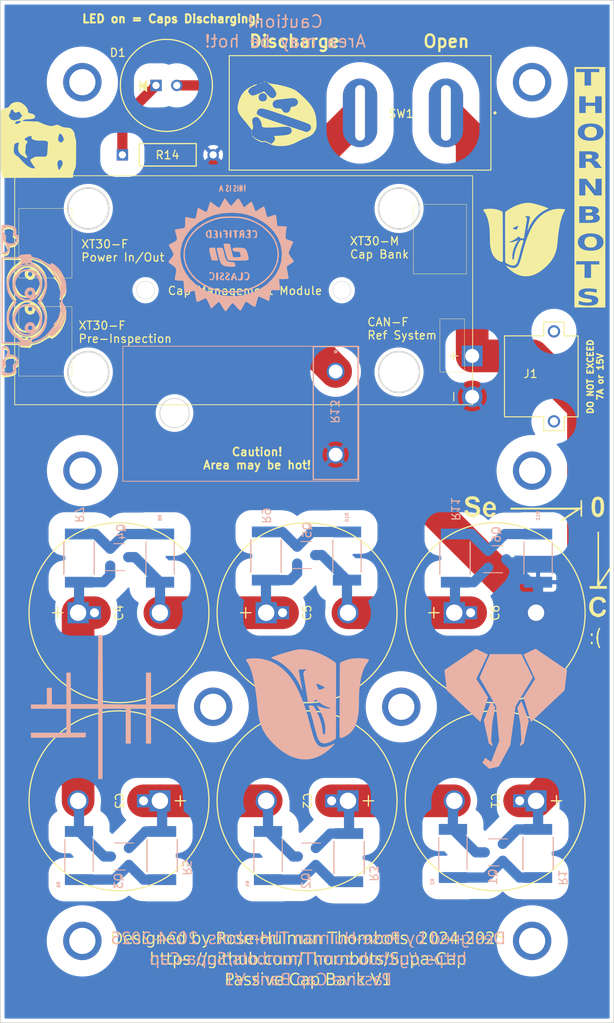
<source format=kicad_pcb>
(kicad_pcb (version 20240108) (generator "pcbnew") (generator_version "8.0")
  (title_block (title "Supercapacitor Bank v1") (rev "1.0") (company "Rose-Hulman Institute of Technology") (comment 1 "1/26/2025 Initial Release"))
  (layers (0 "F.Cu" signal) (31 "B.Cu" signal) (34 "B.Paste" user) (35 "F.Paste" user) (36 "B.SilkS" user "B.Silkscreen") (37 "F.SilkS" user "F.Silkscreen") (38 "B.Mask" user) (39 "F.Mask" user) (44 "Edge.Cuts" user))
  (net 0 "")
  (net 1 "V_15")
  (net 2 "Net-(C1--)")
  (net 3 "Net-(C2--)")
  (net 4 "Net-(C3--)")
  (net 5 "Net-(C4--)")
  (net 6 "Net-(C5--)")
  (net 7 "GND")
  (net 8 "Net-(D1-K)")
  (net 9 "Net-(D1-A)")
  (net 10 "Net-(Q1-B)")
  (net 11 "Net-(Q2-B)")
  (net 12 "Net-(Q3-B)")
  (net 13 "Net-(Q4-B)")
  (net 14 "Net-(Q5-B)")
  (net 15 "Net-(Q6-B)")
  (footprint "PassiveBankV1:MountingHole_3.2mm_M3" (layer "F.Cu") (at 60 60)
    (property "Reference" "REF**" (hide yes))
    (property "Value" "MountingHole_3.2mm_M3" (hide yes))
    (pad "" np_thru_hole circle (at 0.02 0) (size 4.7 4.7) (drill 3.2) (layers "F&B.Cu" "*.Mask") (clearance 2))
  )
  (footprint "PassiveBankV1:MountingHole_3.2mm_M3" (layer "F.Cu") (at 115 60)
    (property "Reference" "REF**" (hide yes))
    (property "Value" "MountingHole_3.2mm_M3" (hide yes))
    (pad "" np_thru_hole circle (at 0.02 0) (size 4.7 4.7) (drill 3.2) (layers "F&B.Cu" "*.Mask") (clearance 2))
  )
  (footprint "PassiveBankV1:100F Kyocera Cap" (layer "F.Cu") (at 110.5 147.872041 180)
    (property "Reference" "C1" (at 0 0 -90) (layer "F.SilkS"))
    (property "Value" "100F")
    (pad "1" thru_hole rect (at -5 0 180) (size 2.6002 2.6002) (drill 2) (layers "*.Cu" "*.Mask") (net 1 "V_15"))
    (pad "1" thru_hole rect (at -3 0 180) (size 1.6002 1.6002) (drill 1.0922) (layers "*.Cu" "*.Mask") (net 1 "V_15"))
    (pad "2" thru_hole circle (at 5 0 180) (size 2.6002 2.6002) (drill 2) (layers "*.Cu" "*.Mask") (net 2 "Net-(C1--)"))
  )
  (footprint "PassiveBankV1:680 Resistor" (layer "F.Cu") (at 70.358 68.834)
    (property "Reference" "R14" (at 0.0668 0.0775 0) (layer "F.SilkS"))
    (property "Value" "680")
    (pad "1" thru_hole rect (at -5.44437 0.0475) (size 1.397 1.397) (drill 0.889) (layers "*.Cu" "*.Mask") (net 8 "Net-(D1-K)"))
    (pad "2" thru_hole circle (at 5.65797 0.0475) (size 1.397 1.397) (drill 0.889) (layers "*.Cu" "*.Mask") (net 7 "GND"))
  )
  (footprint "PassiveBankV1:100F Kyocera Cap" (layer "F.Cu") (at 87.5 124.872041)
    (property "Reference" "C5" (at 0 0 90) (layer "F.SilkS"))
    (property "Value" "100F")
    (pad "1" thru_hole rect (at -5 0) (size 2.6002 2.6002) (drill 2) (layers "*.Cu" "*.Mask") (net 5 "Net-(C4--)"))
    (pad "1" thru_hole rect (at -3 0) (size 1.6002 1.6002) (drill 1.0922) (layers "*.Cu" "*.Mask") (net 5 "Net-(C4--)"))
    (pad "2" thru_hole circle (at 5 0) (size 2.6002 2.6002) (drill 2) (layers "*.Cu" "*.Mask") (net 6 "Net-(C5--)"))
  )
  (footprint "PassiveBankV1:100F Kyocera Cap" (layer "F.Cu") (at 64.5 147.872041 180)
    (property "Reference" "C3" (at 0 0 -90) (layer "F.SilkS"))
    (property "Value" "100F")
    (pad "1" thru_hole rect (at -5 0 180) (size 2.6002 2.6002) (drill 2) (layers "*.Cu" "*.Mask") (net 3 "Net-(C2--)"))
    (pad "1" thru_hole rect (at -3 0 180) (size 1.6002 1.6002) (drill 1.0922) (layers "*.Cu" "*.Mask") (net 3 "Net-(C2--)"))
    (pad "2" thru_hole circle (at 5 0 180) (size 2.6002 2.6002) (drill 2) (layers "*.Cu" "*.Mask") (net 4 "Net-(C3--)"))
  )
  (footprint "PassiveBankV1:10mm LED" (layer "F.Cu") (at 70.358 60.452)
    (property "Reference" "D1" (at -6.001012 -4.061012 0) (layer "F.SilkS"))
    (property "Value" "10mm_LED")
    (pad "1" thru_hole rect (at -1.331012 -0.061012) (size 1.397 1.397) (drill 0.889) (layers "*.Cu" "*.Mask") (net 8 "Net-(D1-K)"))
    (pad "2" thru_hole circle (at 1.208988 -0.061012) (size 1.397 1.397) (drill 0.889) (layers "*.Cu" "*.Mask") (net 9 "Net-(D1-A)"))
  )
  (footprint "PassiveBankV1:100F Kyocera Cap" (layer "F.Cu") (at 87.5 147.872041 180)
    (property "Reference" "C2" (at 0 0 -90) (layer "F.SilkS"))
    (property "Value" "100F")
    (pad "1" thru_hole rect (at -5 0 180) (size 2.6002 2.6002) (drill 2) (layers "*.Cu" "*.Mask") (net 2 "Net-(C1--)"))
    (pad "1" thru_hole rect (at -3 0 180) (size 1.6002 1.6002) (drill 1.0922) (layers "*.Cu" "*.Mask") (net 2 "Net-(C1--)"))
    (pad "2" thru_hole circle (at 5 0 180) (size 2.6002 2.6002) (drill 2) (layers "*.Cu" "*.Mask") (net 3 "Net-(C2--)"))
  )
  (footprint "PassiveBankV1:100F Kyocera Cap" (layer "F.Cu") (at 64.5 124.872041)
    (property "Reference" "C4" (at 0 0 90) (layer "F.SilkS"))
    (property "Value" "100F")
    (pad "1" thru_hole rect (at -5 0) (size 2.6002 2.6002) (drill 2) (layers "*.Cu" "*.Mask") (net 4 "Net-(C3--)"))
    (pad "1" thru_hole rect (at -3 0) (size 1.6002 1.6002) (drill 1.0922) (layers "*.Cu" "*.Mask") (net 4 "Net-(C3--)"))
    (pad "2" thru_hole circle (at 5 0) (size 2.6002 2.6002) (drill 2) (layers "*.Cu" "*.Mask") (net 5 "Net-(C4--)"))
  )
  (footprint "PassiveBankV1:MountingHole_3.2mm_M3" (layer "F.Cu") (at 115 165)
    (property "Reference" "REF**" (hide yes))
    (property "Value" "MountingHole_3.2mm_M3" (hide yes))
    (pad "" np_thru_hole circle (at 0.02 0) (size 4.7 4.7) (drill 3.2) (layers "F&B.Cu" "*.Mask") (clearance 2))
  )
  (footprint "PassiveBankV1:MountingHole_3.2mm_M3" (layer "F.Cu") (at 76 136.372041)
    (property "Reference" "REF**" (hide yes))
    (property "Value" "MountingHole_3.2mm_M3" (hide yes))
    (pad "" np_thru_hole circle (at 0.02 0) (size 4.7 4.7) (drill 3.2) (layers "F&B.Cu" "*.Mask") (clearance 2))
  )
  (footprint "PassiveBankV1:SW_RB141C1100" (layer "F.Cu") (at 93.98 63.754)
    (property "Reference" "SW1" (at 5.0136 0.1016 0) (layer "F.SilkS"))
    (property "Value" "SW_Push_Open")
    (pad "1" thru_hole oval (at 10.5 0) (size 4.2 8.4) (drill oval 1.2 6.8) (layers "*.Cu" "*.Mask") (net 1 "V_15"))
    (pad "2" thru_hole oval (at 0 0) (size 4.2 8.4) (drill oval 1.2 6.8) (layers "*.Cu" "*.Mask") (net 9 "Net-(D1-A)"))
  )
  (footprint "PassiveBankV1:100F Kyocera Cap" (layer "F.Cu") (at 110.5 124.872041)
    (property "Reference" "C6" (at 0 0 90) (layer "F.SilkS"))
    (property "Value" "100F")
    (pad "1" thru_hole rect (at -5 0) (size 2.6002 2.6002) (drill 2) (layers "*.Cu" "*.Mask") (net 6 "Net-(C5--)"))
    (pad "1" thru_hole rect (at -3 0) (size 1.6002 1.6002) (drill 1.0922) (layers "*.Cu" "*.Mask") (net 6 "Net-(C5--)"))
    (pad "2" thru_hole circle (at 5 0) (size 2.6002 2.6002) (drill 2) (layers "*.Cu" "*.Mask") (net 7 "GND"))
  )
  (footprint "PassiveBankV1:XT30PW-M" (layer "F.Cu") (at 117.69 95.97 -90)
    (property "Reference" "J1" (at -0.3124 2.8566 0) (layer "F.SilkS"))
    (property "Value" "XT30-Male")
    (pad "N" thru_hole circle (at 2.5 10 270) (size 2.55 2.55) (drill 1.7) (layers "*.Cu" "*.Mask") (net 7 "GND"))
    (pad "P" thru_hole rect (at -2.5 10 270) (size 2.55 2.55) (drill 1.7) (layers "*.Cu" "*.Mask") (net 1 "V_15"))
    (pad "S1" thru_hole circle (at 5.5 0 270) (size 1.508 1.508) (drill 1) (layers "*.Cu" "*.Mask"))
    (pad "S2" thru_hole circle (at -5.5 0 270) (size 1.508 1.508) (drill 1) (layers "*.Cu" "*.Mask"))
  )
  (footprint "PassiveBankV1:MountingHole_3.2mm_M3" (layer "F.Cu") (at 115 107.5)
    (property "Reference" "REF**" (hide yes))
    (property "Value" "MountingHole_3.2mm_M3" (hide yes))
    (pad "" np_thru_hole circle (at 0.02 0) (size 4.7 4.7) (drill 3.2) (layers "F&B.Cu" "*.Mask") (clearance 2))
  )
  (footprint "PassiveBankV1:MountingHole_3.2mm_M3" (layer "F.Cu") (at 60.02 107.5)
    (property "Reference" "REF**" (hide yes))
    (property "Value" "MountingHole_3.2mm_M3" (hide yes))
    (pad "" np_thru_hole circle (at 0.02 0) (size 4.7 4.7) (drill 3.2) (layers "F&B.Cu" "*.Mask") (clearance 2))
  )
  (footprint "PassiveBankV1:10mm RM Logo" (layer "F.Cu") (at 114.046 79.248)
    (property "Reference" "G***" (hide yes))
    (property "Value" "LOGO" (hide yes))
  )
  (footprint "LOGO" (layer "F.Cu") (at 54.711781 66.700456 -90)
    (property "Reference" "G***" (hide yes))
    (property "Value" "LOGO" (hide yes))
  )
  (footprint "LOGO" (layer "F.Cu") (at 83.82 63.754)
    (property "Reference" "G***" (hide yes))
    (property "Value" "LOGO" (hide yes))
  )
  (footprint "PassiveBankV1:MountingHole_3.2mm_M3" (layer "F.Cu") (at 60 165)
    (property "Reference" "REF**" (hide yes))
    (property "Value" "MountingHole_3.2mm_M3" (hide yes))
    (pad "" np_thru_hole circle (at 0.02 0) (size 4.7 4.7) (drill 3.2) (layers "F&B.Cu" "*.Mask") (clearance 2))
  )
  (footprint "LOGO" (layer "F.Cu") (at 116.078 119.634)
    (property "Reference" "G***" (hide yes))
    (property "Value" "LOGO" (hide yes))
  )
  (footprint "PassiveBankV1:MountingHole_3.2mm_M3" (layer "F.Cu") (at 99 136.372041)
    (property "Reference" "REF**" (hide yes))
    (property "Value" "MountingHole_3.2mm_M3" (hide yes))
    (pad "" np_thru_hole circle (at 0.02 0) (size 4.7 4.7) (drill 3.2) (layers "F&B.Cu" "*.Mask") (clearance 2))
  )
  (footprint "LOGO" (layer "F.Cu") (at 53.360779 86.756868 -90)
    (property "Reference" "G***" (hide yes))
    (property "Value" "LOGO" (hide yes))
  )
  (footprint "PassiveBankV1:NPN BJT" (layer "B.Cu") (at 64.4606 154.680241 180)
    (property "Reference" "Q3" (at 0 -3 90) (layer "B.SilkS") (effects (justify mirror)))
    (property "Value" "BC817-40" (hide yes))
    (pad "1" smd roundrect (at -1.25 1.03 180) (size 1 0.6) (layers "B.Cu" "B.Paste" "B.Mask") (net 3 "Net-(C2--)"))
    (pad "2" smd roundrect (at -1.25 -1.03 180) (size 1 0.6) (layers "B.Cu" "B.Paste" "B.Mask") (net 12 "Net-(Q3-B)"))
    (pad "3" smd roundrect (at 0.95 0 180) (size 1 0.6) (layers "B.Cu" "B.Paste" "B.Mask") (net 4 "Net-(C3--)"))
  )
  (footprint "PassiveBankV1:NPN BJT" (layer "B.Cu") (at 87.5346 117.822241)
    (property "Reference" "Q5" (at -0.0152 -3.048 90) (layer "B.SilkS") (effects (justify mirror)))
    (property "Value" "BC817-40" (hide yes))
    (pad "1" smd roundrect (at -1.25 1.03) (size 1 0.6) (layers "B.Cu" "B.Paste" "B.Mask") (net 5 "Net-(C4--)"))
    (pad "2" smd roundrect (at -1.25 -1.03) (size 1 0.6) (layers "B.Cu" "B.Paste" "B.Mask") (net 14 "Net-(Q5-B)"))
    (pad "3" smd roundrect (at 0.95 0) (size 1 0.6) (layers "B.Cu" "B.Paste" "B.Mask") (net 6 "Net-(C5--)"))
  )
  (footprint "PassiveBankV1:20kResistor" (layer "B.Cu") (at 82.4746 117.937841 90)
    (property "Reference" "R9" (at 4.9276 0 -90) (layer "B.SilkS") (effects (justify mirror)))
    (property "Value" "20k")
    (pad "1" smd rect (at -2.9464 0 90) (size 1.3208 3.4544) (layers "B.Cu" "B.Paste" "B.Mask") (net 5 "Net-(C4--)"))
    (pad "2" smd rect (at 2.9464 0 90) (size 1.3208 3.4544) (layers "B.Cu" "B.Paste" "B.Mask") (net 14 "Net-(Q5-B)"))
    (zone (net 0) (net_name "") (layer "B.Cu") (connect_pads (clearance 0)) (min_thickness 0.254)
      (keepout (tracks not_allowed) (vias not_allowed) (pads allowed) (copperpour not_allowed) (footprints allowed))
      (fill (thermal_gap 0.508) (thermal_bridge_width 0.508))
      (polygon (pts (xy 84.151 120.173041) (xy 84.151 115.702641) (xy 80.7982 115.702641) (xy 80.7982 120.173041)))
    )
  )
  (footprint "LOGO" (layer "B.Cu") (at 87.56 136.09 180)
    (property "Reference" "G***" (hide yes))
    (property "Value" "LOGO" (hide yes))
  )
  (footprint "PassiveBankV1:20kResistor" (layer "B.Cu") (at 69.7746 154.564641 -90)
    (property "Reference" "R5" (at 1.47 -3 -90) (layer "B.SilkS") (effects (justify mirror)))
    (property "Value" "20k")
    (pad "1" smd rect (at -2.9464 0 270) (size 1.3208 3.4544) (layers "B.Cu" "B.Paste" "B.Mask") (net 3 "Net-(C2--)"))
    (pad "2" smd rect (at 2.9464 0 270) (size 1.3208 3.4544) (layers "B.Cu" "B.Paste" "B.Mask") (net 12 "Net-(Q3-B)"))
    (zone (net 0) (net_name "") (layer "B.Cu") (connect_pads (clearance 0)) (min_thickness 0.254)
      (keepout (tracks not_allowed) (vias not_allowed) (pads allowed) (copperpour not_allowed) (footprints allowed))
      (fill (thermal_gap 0.508) (thermal_bridge_width 0.508))
      (polygon (pts (xy 68.0982 152.329441) (xy 68.0982 156.799841) (xy 71.451 156.799841) (xy 71.451 152.329441)))
    )
  )
  (footprint "LOGO" (layer "B.Cu") (at 62.23 136.398 180)
    (property "Reference" "G***" (hide yes))
    (property "Value" "LOGO" (hide yes))
  )
  (footprint "LOGO" (layer "B.Cu") (at 77.957742 80.731122 180)
    (property "Reference" "G***" (hide yes))
    (property "Value" "LOGO" (hide yes))
  )
  (footprint "PassiveBankV1:20kResistor" (layer "B.Cu") (at 115.7486 154.310641 -90)
    (property "Reference" "R1" (at 2.9464 -3 -90) (layer "B.SilkS") (effects (justify mirror)))
    (property "Value" "20k")
    (pad "1" smd rect (at -2.9464 0 270) (size 1.3208 3.4544) (layers "B.Cu" "B.Paste" "B.Mask") (net 1 "V_15"))
    (pad "2" smd rect (at 2.9464 0 270) (size 1.3208 3.4544) (layers "B.Cu" "B.Paste" "B.Mask") (net 10 "Net-(Q1-B)"))
    (zone (net 0) (net_name "") (layer "B.Cu") (connect_pads (clearance 0)) (min_thickness 0.254)
      (keepout (tracks not_allowed) (vias not_allowed) (pads allowed) (copperpour not_allowed) (footprints allowed))
      (fill (thermal_gap 0.508) (thermal_bridge_width 0.508))
      (polygon (pts (xy 114.0722 152.075441) (xy 114.0722 156.545841) (xy 117.425 156.545841) (xy 117.425 152.075441)))
    )
  )
  (footprint "PassiveBankV1:20kResistor" (layer "B.Cu") (at 105.5886 118.191841 90)
    (property "Reference" "R11" (at 5.9992 0.0508 -90) (layer "B.SilkS") (effects (justify mirror)))
    (property "Value" "20k")
    (pad "1" smd rect (at -2.9464 0 90) (size 1.3208 3.4544) (layers "B.Cu" "B.Paste" "B.Mask") (net 6 "Net-(C5--)"))
    (pad "2" smd rect (at 2.9464 0 90) (size 1.3208 3.4544) (layers "B.Cu" "B.Paste" "B.Mask") (net 15 "Net-(Q6-B)"))
    (zone (net 0) (net_name "") (layer "B.Cu") (connect_pads (clearance 0)) (min_thickness 0.254)
      (keepout (tracks not_allowed) (vias not_allowed) (pads allowed) (copperpour not_allowed) (footprints allowed))
      (fill (thermal_gap 0.508) (thermal_bridge_width 0.508))
      (polygon (pts (xy 107.265 120.427041) (xy 107.265 115.956641) (xy 103.9122 115.956641) (xy 103.9122 120.427041)))
    )
  )
  (footprint "PassiveBankV1:787Resistor" (layer "B.Cu") (at 92.3806 117.940241 -90)
    (property "Reference" "R10" (at -4.722 0 90) (layer "B.SilkS") (effects (font (size 0.393701 0.393701)) (justify mirror)))
    (property "Value" "7.87k")
    (pad "1" smd rect (at -2.944 0 270) (size 1.33 3.46) (layers "B.Cu" "B.Paste" "B.Mask") (net 14 "Net-(Q5-B)"))
    (pad "2" smd rect (at 2.944 0 270) (size 1.33 3.46) (layers "B.Cu" "B.Paste" "B.Mask") (net 6 "Net-(C5--)"))
  )
  (footprint "PassiveBankV1:NPN BJT" (layer "B.Cu") (at 110.9026 118.330241)
    (property "Reference" "Q6" (at -0.25 -3.03 90) (layer "B.SilkS") (effects (justify mirror)))
    (property "Value" "BC817-40" (hide yes))
    (pad "1" smd roundrect (at -1.25 1.03) (size 1 0.6) (layers "B.Cu" "B.Paste" "B.Mask") (net 6 "Net-(C5--)"))
    (pad "2" smd roundrect (at -1.25 -1.03) (size 1 0.6) (layers "B.Cu" "B.Paste" "B.Mask") (net 15 "Net-(Q6-B)"))
    (pad "3" smd roundrect (at 0.95 0) (size 1 0.6) (layers "B.Cu" "B.Paste" "B.Mask") (net 7 "GND"))
  )
  (footprint "PassiveBankV1:NPN BJT" (layer "B.Cu") (at 64.6746 118.076241)
    (property "Reference" "Q4" (at 0.0864 -3.1036 90) (layer "B.SilkS") (effects (justify mirror)))
    (property "Value" "BC817-40" (hide yes))
    (pad "1" smd roundrect (at -1.25 1.03) (size 1 0.6) (layers "B.Cu" "B.Paste" "B.Mask") (net 4 "Net-(C3--)"))
    (pad "2" smd roundrect (at -1.25 -1.03) (size 1 0.6) (layers "B.Cu" "B.Paste" "B.Mask") (net 13 "Net-(Q4-B)"))
    (pad "3" smd roundrect (at 0.95 0) (size 1 0.6) (layers "B.Cu" "B.Paste" "B.Mask") (net 5 "Net-(C4--)"))
  )
  (footprint "PassiveBankV1:NPN BJT" (layer "B.Cu") (at 87.3206 154.680241 180)
    (property "Reference" "Q2" (at -0.057199 -2.97 90) (layer "B.SilkS") (effects (justify mirror)))
    (property "Value" "BC817-40" (hide yes))
    (pad "1" smd roundrect (at -1.25 1.03 180) (size 1 0.6) (layers "B.Cu" "B.Paste" "B.Mask") (net 2 "Net-(C1--)"))
    (pad "2" smd roundrect (at -1.25 -1.03 180) (size 1 0.6) (layers "B.Cu" "B.Paste" "B.Mask") (net 11 "Net-(Q2-B)"))
    (pad "3" smd roundrect (at 0.95 0 180) (size 1 0.6) (layers "B.Cu" "B.Paste" "B.Mask") (net 3 "Net-(C2--)"))
  )
  (footprint "LOGO" (layer "B.Cu") (at 53.360779 86.756868 90)
    (property "Reference" "G***" (hide yes))
    (property "Value" "LOGO" (hide yes))
  )
  (footprint "PassiveBankV1:20kResistor" (layer "B.Cu") (at 92.6346 154.818641 -90)
    (property "Reference" "R3" (at 1.9464 -3 -90) (layer "B.SilkS") (effects (justify mirror)))
    (property "Value" "20k")
    (pad "1" smd rect (at -2.9464 0 270) (size 1.3208 3.4544) (layers "B.Cu" "B.Paste" "B.Mask") (net 2 "Net-(C1--)"))
    (pad "2" smd rect (at 2.9464 0 270) (size 1.3208 3.4544) (layers "B.Cu" "B.Paste" "B.Mask") (net 11 "Net-(Q2-B)"))
    (zone (net 0) (net_name "") (layer "B.Cu") (connect_pads (clearance 0)) (min_thickness 0.254)
      (keepout (tracks not_allowed) (vias not_allowed) (pads allowed) (copperpour not_allowed) (footprints allowed))
      (fill (thermal_gap 0.508) (thermal_bridge_width 0.508))
      (polygon (pts (xy 90.9582 152.583441) (xy 90.9582 157.053841) (xy 94.311 157.053841) (xy 94.311 152.583441)))
    )
  )
  (footprint "PassiveBankV1:787Resistor" (layer "B.Cu") (at 69.5206 118.194241 -90)
    (property "Reference" "R8" (at -4.93 0 90) (layer "B.SilkS") (effects (font (size 0.393701 0.393701)) (justify mirror)))
    (property "Value" "7.87k")
    (pad "1" smd rect (at -2.944 0 270) (size 1.33 3.46) (layers "B.Cu" "B.Paste" "B.Mask") (net 13 "Net-(Q4-B)"))
    (pad "2" smd rect (at 2.944 0 270) (size 1.33 3.46) (layers "B.Cu" "B.Paste" "B.Mask") (net 5 "Net-(C4--)"))
  )
  (footprint "PassiveBankV1:100Watt2" (layer "B.Cu") (at 90.992 100.456 -90)
    (property "Reference" "R13" (at -0.17 0.12 -90) (layer "B.SilkS") (effects (justify mirror)))
    (property "Value" "2 : 100Watt" (hide yes))
    (pad "1" thru_hole circle (at -5.081 0 270) (size 2.1844 2.1844) (drill 1.6764) (layers "*.Cu" "*.Mask") (net 9 "Net-(D1-A)"))
    (pad "3" thru_hole circle (at 5.079 0 270) (size 2.1844 2.1844) (drill 1.6764) (layers "*.Cu" "*.Mask") (net 7 "GND"))
  )
  (footprint "PassiveBankV1:787Resistor" (layer "B.Cu") (at 115.7486 118.194241 -90)
    (property "Reference" "R12" (at -5.184 0 90) (layer "B.SilkS") (effects (font (size 0.393701 0.393701)) (justify mirror)))
    (property "Value" "7.87k")
    (pad "1" smd rect (at -2.944 0 270) (size 1.33 3.46) (layers "B.Cu" "B.Paste" "B.Mask") (net 15 "Net-(Q6-B)"))
    (pad "2" smd rect (at 2.944 0 270) (size 1.33 3.46) (layers "B.Cu" "B.Paste" "B.Mask") (net 7 "GND"))
  )
  (footprint "PassiveBankV1:20kResistor" (layer "B.Cu") (at 59.6146 118.191841 90)
    (property "Reference" "R7" (at 5.288 0 -90) (layer "B.SilkS") (effects (justify mirror)))
    (property "Value" "20k")
    (pad "1" smd rect (at -2.9464 0 90) (size 1.3208 3.4544) (layers "B.Cu" "B.Paste" "B.Mask") (net 4 "Net-(C3--)"))
    (pad "2" smd rect (at 2.9464 0 90) (size 1.3208 3.4544) (layers "B.Cu" "B.Paste" "B.Mask") (net 13 "Net-(Q4-B)"))
    (zone (net 0) (net_name "") (layer "B.Cu") (connect_pads (clearance 0)) (min_thickness 0.254)
      (keepout (tracks not_allowed) (vias not_allowed) (pads allowed) (copperpour not_allowed) (footprints allowed))
      (fill (thermal_gap 0.508) (thermal_bridge_width 0.508))
      (polygon (pts (xy 61.291 120.427041) (xy 61.291 115.956641) (xy 57.9382 115.956641) (xy 57.9382 120.427041)))
    )
  )
  (footprint "LOGO" (layer "B.Cu") (at 111.79 136.62 180)
    (property "Reference" "G***" (hide yes))
    (property "Value" "LOGO" (hide yes))
  )
  (footprint "PassiveBankV1:787Resistor" (layer "B.Cu") (at 105.3346 154.308241 90)
    (property "Reference" "R2" (at -3.444 -2.500001 90) (layer "B.SilkS") (effects (font (size 0.393701 0.393701)) (justify mirror)))
    (property "Value" "7.87k")
    (pad "1" smd rect (at -2.944 0 90) (size 1.33 3.46) (layers "B.Cu" "B.Paste" "B.Mask") (net 10 "Net-(Q1-B)"))
    (pad "2" smd rect (at 2.944 0 90) (size 1.33 3.46) (layers "B.Cu" "B.Paste" "B.Mask") (net 2 "Net-(C1--)"))
  )
  (footprint "PassiveBankV1:787Resistor" (layer "B.Cu") (at 59.6146 154.562241 90)
    (property "Reference" "R6" (at -3.556 -2.500001 90) (layer "B.SilkS") (effects (font (size 0.393701 0.393701)) (justify mirror)))
    (property "Value" "7.87k")
    (pad "1" smd rect (at -2.944 0 90) (size 1.33 3.46) (layers "B.Cu" "B.Paste" "B.Mask") (net 12 "Net-(Q3-B)"))
    (pad "2" smd rect (at 2.944 0 90) (size 1.33 3.46) (layers "B.Cu" "B.Paste" "B.Mask") (net 4 "Net-(C3--)"))
  )
  (footprint "PassiveBankV1:787Resistor" (layer "B.Cu") (at 82.7286 154.562241 90)
    (property "Reference" "R4" (at -3.444 -2.5 90) (layer "B.SilkS") (effects (font (size 0.393701 0.393701)) (justify mirror)))
    (property "Value" "7.87k")
    (pad "1" smd rect (at -2.944 0 90) (size 1.33 3.46) (layers "B.Cu" "B.Paste" "B.Mask") (net 11 "Net-(Q2-B)"))
    (pad "2" smd rect (at 2.944 0 90) (size 1.33 3.46) (layers "B.Cu" "B.Paste" "B.Mask") (net 3 "Net-(C2--)"))
  )
  (footprint "PassiveBankV1:NPN BJT" (layer "B.Cu") (at 110.1806 154.172241 180)
    (property "Reference" "Q1" (at -0.049999 -3 90) (layer "B.SilkS") (effects (justify mirror)))
    (property "Value" "BC817-40" (hide yes))
    (pad "1" smd roundrect (at -1.25 1.03 180) (size 1 0.6) (layers "B.Cu" "B.Paste" "B.Mask") (net 1 "V_15"))
    (pad "2" smd roundrect (at -1.25 -1.03 180) (size 1 0.6) (layers "B.Cu" "B.Paste" "B.Mask") (net 10 "Net-(Q1-B)"))
    (pad "3" smd roundrect (at 0.95 0 180) (size 1 0.6) (layers "B.Cu" "B.Paste" "B.Mask") (net 2 "Net-(C1--)"))
  )
  (gr_rect (start 64.9796 92.286) (end 93.826 108.796) (stroke (width 0.1)) (fill none) (layer "B.SilkS"))
  (gr_rect (start 52.246 87.438) (end 58.746 95.938) (stroke (width 0.05)) (fill none) (layer "F.SilkS"))
  (gr_rect (start 51.746 71.438) (end 107.746 99.438) (stroke (width 0.1)) (fill none) (layer "F.SilkS"))
  (gr_rect (start 52.246 75.438) (end 58.746 83.938) (stroke (width 0.05)) (fill none) (layer "F.SilkS"))
  (gr_rect (start 100.496 74.938) (end 106.996 83.438) (stroke (width 0.05)) (fill none) (layer "F.SilkS"))
  (gr_rect (start 103.746 88.938) (end 106.746 95.438) (stroke (width 0.05)) (fill none) (layer "F.SilkS"))
  (gr_circle (center 60.746 95.438) (end 63.246 95.438) (stroke (width 0.2)) (fill none) (layer "Edge.Cuts"))
  (gr_circle (center 71.292 100.456) (end 71.292 102.256) (stroke (width 0.1)) (fill none) (layer "Edge.Cuts"))
  (gr_circle (center 98.746 75.438) (end 101.246 75.438) (stroke (width 0.2)) (fill none) (layer "Edge.Cuts"))
  (gr_rect (start 50 50) (end 125 175) (stroke (width 0.1)) (fill none) (layer "Edge.Cuts"))
  (gr_circle (center 91.746 85.438) (end 92.846 85.438) (stroke (width 0.05)) (fill none) (layer "Edge.Cuts"))
  (gr_circle (center 67.746 85.438) (end 68.846 85.438) (stroke (width 0.05)) (fill none) (layer "Edge.Cuts"))
  (gr_circle (center 98.746 95.438) (end 101.246 95.438) (stroke (width 0.2)) (fill none) (layer "Edge.Cuts"))
  (gr_circle (center 60.746 75.438) (end 63.246 75.438) (stroke (width 0.2)) (fill none) (layer "Edge.Cuts"))
  (gr_text "Caution!\nArea may be hot!" (at 84.836 55.88 0) (layer "B.SilkS") (effects (font (size 1.5 1.5) (thickness 0.2) (bold yes)) (justify bottom mirror)))
  (gr_text "Designed by Rose-Hulman Thornbots, 2024-2025\nhttps://github.com/Thornbots/Supa-Cap\nPassive Cap Bank V1" (at 87.63 170.688 0) (layer "B.SilkS") (effects (font (size 1.5 1.4) (thickness 0.1)) (justify bottom mirror)))
  (gr_text "CAN-F\nRef System" (at 94.78 91.53 0) (layer "F.SilkS") (effects (font (size 1 1)) (justify left bottom)))
  (gr_text "XT30-M\nCap Bank" (at 92.66 81.63 0) (layer "F.SilkS") (effects (font (size 1 1)) (justify left bottom)))
  (gr_text "XT30-F\nPower In/Out" (at 59.8 82 0) (layer "F.SilkS") (effects (font (size 1 1)) (justify left bottom)))
  (gr_text "T\nH\nO\nR\nN\nB\nO\nT\nS" (at 120.396 87.63 0) (layer "F.SilkS" knockout) (effects (font (size 2 3) (thickness 0.3) (bold yes)) (justify left bottom)))
  (gr_text "Cap Management Module" (at 70.386 86.088 0) (layer "F.SilkS") (effects (font (size 1 1)) (justify left bottom)))
  (gr_text "LED on = Caps Discharging!" (at 70.866 52.832 0) (layer "F.SilkS") (effects (font (size 1 1) (thickness 0.25) (bold yes)) (justify bottom)))
  (gr_text "XT30-F\nPre-Inspection" (at 59.47 91.95 0) (layer "F.SilkS") (effects (font (size 1 1)) (justify left bottom)))
  (gr_text "Discharge         Open" (at 80.264 55.88 0) (layer "F.SilkS") (effects (font (size 1.5 1.5) (thickness 0.3) (bold yes)) (justify left bottom)))
  (gr_text "Designed by Rose-Hulman Thornbots, 2024-2025\nhttps://github.com/Thornbots/Supa-Cap\nPassive Cap Bank V1" (at 87.63 170.688 0) (layer "F.SilkS") (effects (font (size 1.5 1.4) (thickness 0.1)) (justify bottom)))
  (gr_text "Caution!\nArea may be hot!" (at 81.39 107.4 0) (layer "F.SilkS") (effects (font (size 1 1) (thickness 0.2) (bold yes)) (justify bottom)))
  (gr_text "DO NOT EXCEED\n7A or 15V" (at 123.786 96.009 90) (layer "F.SilkS") (effects (font (size 0.75 0.75) (thickness 0.1875) (bold yes)) (justify bottom)))
  (segment (start 121.3 99.69) (end 115.08 93.47) (width 4) (layer "F.Cu") (net 1))
  (segment (start 107.69 66.964) (end 104.48 63.754) (width 4) (layer "F.Cu") (net 1))
  (segment (start 121.3 142.072041) (end 121.3 99.69) (width 4) (layer "F.Cu") (net 1))
  (segment (start 115.5 147.872041) (end 121.3 142.072041) (width 4) (layer "F.Cu") (net 1))
  (segment (start 107.69 93.47) (end 107.69 66.964) (width 4) (layer "F.Cu") (net 1))
  (segment (start 113.5 147.872041) (end 115.5 147.872041) (width 4) (layer "F.Cu") (net 1))
  (segment (start 115.08 93.47) (end 107.69 93.47) (width 4) (layer "F.Cu") (net 1))
  (segment (start 113.2086 151.364241) (end 115.7486 151.364241) (width 1.25) (layer "B.Cu") (net 1))
  (segment (start 115.7486 151.364241) (end 115.7486 148.120641) (width 1.25) (layer "B.Cu") (net 1))
  (segment (start 111.4306 153.142241) (end 113.2086 151.364241) (width 1.25) (layer "B.Cu") (net 1))
  (segment (start 115.7486 148.120641) (end 115.5 147.872041) (width 1.25) (layer "B.Cu") (net 1))
  (segment (start 90.5 147.872041) (end 92.5 147.872041) (width 4) (layer "F.Cu") (net 2))
  (segment (start 92.5 147.872041) (end 105.5 147.872041) (width 4) (layer "F.Cu") (net 2))
  (segment (start 105.3346 148.037441) (end 105.5 147.872041) (width 1.25) (layer "B.Cu") (net 2))
  (segment (start 92.6346 148.006641) (end 92.5 147.872041) (width 1.25) (layer "B.Cu") (net 2))
  (segment (start 90.3486 151.872241) (end 92.6346 151.872241) (width 1.25) (layer "B.Cu") (net 2))
  (segment (start 105.3346 151.364241) (end 105.3346 148.037441) (width 1.25) (layer "B.Cu") (net 2))
  (segment (start 108.1426 154.172241) (end 105.3346 151.364241) (width 1.25) (layer "B.Cu") (net 2))
  (segment (start 109.2306 154.172241) (end 108.1426 154.172241) (width 1.25) (layer "B.Cu") (net 2))
  (segment (start 88.5706 153.650241) (end 90.3486 151.872241) (width 1.25) (layer "B.Cu") (net 2))
  (segment (start 92.6346 151.872241) (end 92.6346 148.006641) (width 1.25) (layer "B.Cu") (net 2))
  (segment (start 67.5 147.872041) (end 69.5 147.872041) (width 4) (layer "F.Cu") (net 3))
  (segment (start 69.5 147.872041) (end 82.5 147.872041) (width 4) (layer "F.Cu") (net 3))
  (segment (start 85.7906 154.680241) (end 82.7286 151.618241) (width 1.25) (layer "B.Cu") (net 3))
  (segment (start 69.7746 151.618241) (end 69.7746 148.146641) (width 1.25) (layer "B.Cu") (net 3))
  (segment (start 69.7746 148.146641) (end 69.5 147.872041) (width 1.25) (layer "B.Cu") (net 3))
  (segment (start 82.7286 148.100641) (end 82.5 147.872041) (width 1.25) (layer "B.Cu") (net 3))
  (segment (start 86.3706 154.680241) (end 85.7906 154.680241) (width 1.25) (layer "B.Cu") (net 3))
  (segment (start 69.7746 151.618241) (end 67.7426 151.618241) (width 1.25) (layer "B.Cu") (net 3))
  (segment (start 67.7426 151.618241) (end 65.7106 153.650241) (width 1.25) (layer "B.Cu") (net 3))
  (segment (start 82.7286 151.618241) (end 82.7286 148.100641) (width 1.25) (layer "B.Cu") (net 3))
  (segment (start 59.5 124.872041) (end 59.5 147.872041) (width 4) (layer "F.Cu") (net 4))
  (segment (start 61.5 124.872041) (end 59.5 124.872041) (width 4) (layer "F.Cu") (net 4))
  (segment (start 59.6146 121.138241) (end 59.6146 124.757441) (width 1.25) (layer "B.Cu") (net 4))
  (segment (start 63.5106 154.680241) (end 62.6766 154.680241) (width 1.25) (layer "B.Cu") (net 4))
  (segment (start 59.6146 121.138241) (end 62.5918 121.138241) (width 1.25) (layer "B.Cu") (net 4))
  (segment (start 62.5918 121.138241) (end 63.4246 120.305441) (width 1.25) (layer "B.Cu") (net 4))
  (segment (start 59.6146 124.757441) (end 59.5 124.872041) (width 1.25) (layer "B.Cu") (net 4))
  (segment (start 59.6146 147.986641) (end 59.5 147.872041) (width 1.25) (layer "B.Cu") (net 4))
  (segment (start 59.6146 151.618241) (end 59.6146 147.986641) (width 1.25) (layer "B.Cu") (net 4))
  (segment (start 63.4246 120.305441) (end 63.4246 119.106241) (width 1.25) (layer "B.Cu") (net 4))
  (segment (start 62.6766 154.680241) (end 59.6146 151.618241) (width 1.25) (layer "B.Cu") (net 4))
  (segment (start 82.5 124.872041) (end 69.5 124.872041) (width 4) (layer "F.Cu") (net 5))
  (segment (start 84.5 124.872041) (end 82.5 124.872041) (width 4) (layer "F.Cu") (net 5))
  (segment (start 85.4518 120.884241) (end 86.2846 120.051441) (width 1.25) (layer "B.Cu") (net 5))
  (segment (start 82.4746 120.884241) (end 85.4518 120.884241) (width 1.25) (layer "B.Cu") (net 5))
  (segment (start 65.6246 118.076241) (end 66.4586 118.076241) (width 1.25) (layer "B.Cu") (net 5))
  (segment (start 69.5206 124.851441) (end 69.5 124.872041) (width 1.25) (layer "B.Cu") (net 5))
  (segment (start 82.4746 120.884241) (end 82.4746 124.846641) (width 1.25) (layer "B.Cu") (net 5))
  (segment (start 69.5206 121.138241) (end 69.5206 124.851441) (width 1.25) (layer "B.Cu") (net 5))
  (segment (start 86.2846 120.051441) (end 86.2846 118.852241) (width 1.25) (layer "B.Cu") (net 5))
  (segment (start 82.4746 124.846641) (end 82.5 124.872041) (width 1.25) (layer "B.Cu") (net 5))
  (segment (start 66.4586 118.076241) (end 69.5206 121.138241) (width 1.25) (layer "B.Cu") (net 5))
  (segment (start 107.5 124.872041) (end 105.5 124.872041) (width 4) (layer "F.Cu") (net 6))
  (segment (start 105.5 124.872041) (end 92.5 124.872041) (width 4) (layer "F.Cu") (net 6))
  (segment (start 107.8746 121.138241) (end 109.6526 119.360241) (width 1.25) (layer "B.Cu") (net 6))
  (segment (start 92.3806 120.884241) (end 92.3806 124.752641) (width 1.25) (layer "B.Cu") (net 6))
  (segment (start 89.3186 117.822241) (end 92.3806 120.884241) (width 1.25) (layer "B.Cu") (net 6))
  (segment (start 105.5886 124.783441) (end 105.5 124.872041) (width 1.25) (layer "B.Cu") (net 6))
  (segment (start 88.4846 117.822241) (end 89.3186 117.822241) (width 1.25) (layer "B.Cu") (net 6))
  (segment (start 105.5886 121.138241) (end 105.5886 124.783441) (width 1.25) (layer "B.Cu") (net 6))
  (segment (start 105.5886 121.138241) (end 107.8746 121.138241) (width 1.25) (layer "B.Cu") (net 6))
  (segment (start 92.3806 124.752641) (end 92.5 124.872041) (width 1.25) (layer "B.Cu") (net 6))
  (segment (start 76.01597 90.55897) (end 76.01597 68.8815) (width 1.25) (layer "F.Cu") (net 7))
  (segment (start 107.69 98.47) (end 100.625 105.535) (width 4) (layer "F.Cu") (net 7))
  (segment (start 115.5 124.872041) (end 100.625 109.997041) (width 4) (layer "F.Cu") (net 7))
  (segment (start 100.625 109.997041) (end 100.625 105.535) (width 4) (layer "F.Cu") (net 7))
  (segment (start 90.992 105.535) (end 76.01597 90.55897) (width 1.25) (layer "F.Cu") (net 7))
  (segment (start 100.625 105.535) (end 90.992 105.535) (width 4) (layer "F.Cu") (net 7))
  (segment (start 115.7486 121.138241) (end 115.7486 124.623441) (width 1.25) (layer "B.Cu") (net 7))
  (segment (start 115.7486 124.623441) (end 115.5 124.872041) (width 1.25) (layer "B.Cu") (net 7))
  (segment (start 114.6606 121.138241) (end 111.8526 118.330241) (width 1.25) (layer "B.Cu") (net 7))
  (segment (start 115.7486 121.138241) (end 114.6606 121.138241) (width 1.25) (layer "B.Cu") (net 7))
  (segment (start 64.91363 68.8815) (end 64.91363 64.504346) (width 1.25) (layer "F.Cu") (net 8))
  (segment (start 64.91363 64.504346) (end 69.026988 60.390988) (width 1.25) (layer "F.Cu") (net 8))
  (segment (start 78.911194 60.390988) (end 88.127103 69.606897) (width 1.25) (layer "F.Cu") (net 9))
  (segment (start 88.127103 92.510103) (end 88.127103 69.606897) (width 4) (layer "F.Cu") (net 9))
  (segment (start 71.566988 60.390988) (end 78.911194 60.390988) (width 1.25) (layer "F.Cu") (net 9))
  (segment (start 90.992 95.375) (end 88.127103 92.510103) (width 4) (layer "F.Cu") (net 9))
  (segment (start 88.127103 69.606897) (end 93.98 63.754) (width 4) (layer "F.Cu") (net 9))
  (segment (start 105.3346 157.252241) (end 109.3806 157.252241) (width 1.25) (layer "B.Cu") (net 10))
  (segment (start 115.7486 157.257041) (end 113.4854 157.257041) (width 1.25) (layer "B.Cu") (net 10))
  (segment (start 113.4854 157.257041) (end 111.4306 155.202241) (width 1.25) (layer "B.Cu") (net 10))
  (segment (start 109.3806 157.252241) (end 111.4306 155.202241) (width 1.25) (layer "B.Cu") (net 10))
  (segment (start 88.5706 155.710241) (end 86.7746 157.506241) (width 1.25) (layer "B.Cu") (net 11))
  (segment (start 92.6346 157.765041) (end 90.6254 157.765041) (width 1.25) (layer "B.Cu") (net 11))
  (segment (start 90.6254 157.765041) (end 88.5706 155.710241) (width 1.25) (layer "B.Cu") (net 11))
  (segment (start 86.7746 157.506241) (end 82.7286 157.506241) (width 1.25) (layer "B.Cu") (net 11))
  (segment (start 69.7746 157.511041) (end 67.5114 157.511041) (width 1.25) (layer "B.Cu") (net 12))
  (segment (start 67.5114 157.511041) (end 65.7106 155.710241) (width 1.25) (layer "B.Cu") (net 12))
  (segment (start 59.6146 157.506241) (end 63.9146 157.506241) (width 1.25) (layer "B.Cu") (net 12))
  (segment (start 63.9146 157.506241) (end 65.7106 155.710241) (width 1.25) (layer "B.Cu") (net 12))
  (segment (start 61.6238 115.245441) (end 63.4246 117.046241) (width 1.25) (layer "B.Cu") (net 13))
  (segment (start 59.6146 115.245441) (end 61.6238 115.245441) (width 1.25) (layer "B.Cu") (net 13))
  (segment (start 65.2206 115.250241) (end 69.5206 115.250241) (width 1.25) (layer "B.Cu") (net 13))
  (segment (start 63.4246 117.046241) (end 65.2206 115.250241) (width 1.25) (layer "B.Cu") (net 13))
  (segment (start 84.4838 114.991441) (end 82.4746 114.991441) (width 1.25) (layer "B.Cu") (net 14))
  (segment (start 86.2846 116.792241) (end 84.4838 114.991441) (width 1.25) (layer "B.Cu") (net 14))
  (segment (start 88.0806 114.996241) (end 92.3806 114.996241) (width 1.25) (layer "B.Cu") (net 14))
  (segment (start 86.2846 116.792241) (end 88.0806 114.996241) (width 1.25) (layer "B.Cu") (net 14))
  (segment (start 107.5978 115.245441) (end 109.6526 117.300241) (width 1.25) (layer "B.Cu") (net 15))
  (segment (start 105.5886 115.245441) (end 107.5978 115.245441) (width 1.25) (layer "B.Cu") (net 15))
  (segment (start 115.7486 115.250241) (end 111.7026 115.250241) (width 1.25) (layer "B.Cu") (net 15))
  (segment (start 111.7026 115.250241) (end 109.6526 117.300241) (width 1.25) (layer "B.Cu") (net 15))
  (zone (net 7) (net_name "GND") (layer "B.Cu") (name "Power Resistor Sink") (priority 1) (connect_pads (clearance 2)) (min_thickness 0.25) (fill yes (thermal_gap 0.5) (thermal_bridge_width 0.5) (island_removal_mode 2) (island_area_min 10))
    (polygon (pts (xy 50.038 50.038) (xy 124.968 50.038) (xy 124.968 175.006) (xy 50.038 175.006)))
  )
)
</source>
